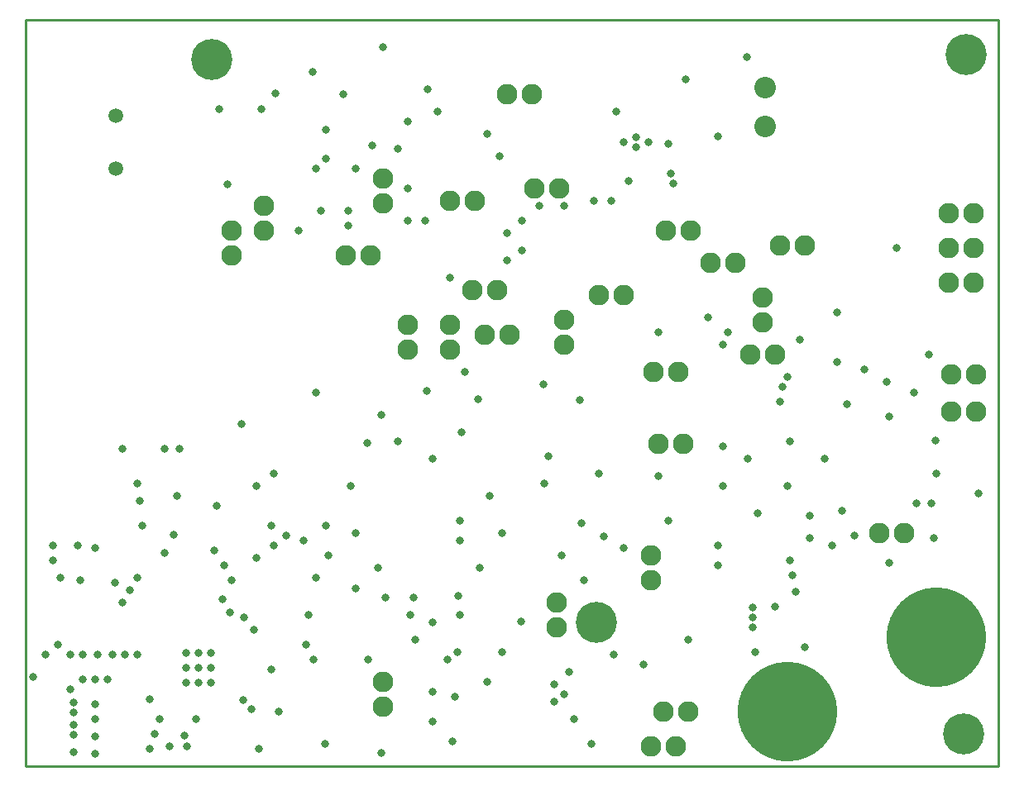
<source format=gbs>
G04*
G04 #@! TF.GenerationSoftware,Altium Limited,Altium Designer,20.1.14 (287)*
G04*
G04 Layer_Color=16711935*
%FSLAX25Y25*%
%MOIN*%
G70*
G04*
G04 #@! TF.SameCoordinates,DFD3654D-5228-4AA8-B9DD-6FAD7AD09D05*
G04*
G04*
G04 #@! TF.FilePolarity,Negative*
G04*
G01*
G75*
%ADD13C,0.01000*%
%ADD119C,0.08300*%
%ADD120C,0.40170*%
%ADD121C,0.16548*%
%ADD122C,0.08674*%
%ADD123C,0.05918*%
%ADD124C,0.03300*%
D13*
X392000D01*
Y301000D01*
X0D02*
X392000D01*
X0Y0D02*
Y301000D01*
D119*
X154000Y178000D02*
D03*
Y168000D02*
D03*
X144000Y34000D02*
D03*
Y24000D02*
D03*
X190000Y192000D02*
D03*
X180000D02*
D03*
X382000Y223000D02*
D03*
X372000D02*
D03*
X382000Y209000D02*
D03*
X372000D02*
D03*
X382000Y195000D02*
D03*
X372000D02*
D03*
X373000Y158000D02*
D03*
X383000D02*
D03*
X314000Y210000D02*
D03*
X304000D02*
D03*
X344000Y94000D02*
D03*
X354000D02*
D03*
X302000Y166000D02*
D03*
X292000D02*
D03*
X373000Y143000D02*
D03*
X383000D02*
D03*
X297000Y189000D02*
D03*
Y179000D02*
D03*
X276000Y203000D02*
D03*
X286000D02*
D03*
X144000Y227000D02*
D03*
Y237000D02*
D03*
X204000Y271000D02*
D03*
X194000D02*
D03*
X139000Y206000D02*
D03*
X129000D02*
D03*
X83000Y216000D02*
D03*
Y206000D02*
D03*
X195000Y174000D02*
D03*
X185000D02*
D03*
X217000Y180000D02*
D03*
Y170000D02*
D03*
X252000Y75000D02*
D03*
Y85000D02*
D03*
X265000Y130000D02*
D03*
X255000D02*
D03*
X257000Y22000D02*
D03*
X267000D02*
D03*
X252000Y8000D02*
D03*
X262000D02*
D03*
X215000Y233000D02*
D03*
X205000D02*
D03*
X171000Y168000D02*
D03*
Y178000D02*
D03*
X214000Y56000D02*
D03*
Y66000D02*
D03*
X258000Y216000D02*
D03*
X268000D02*
D03*
X253000Y159000D02*
D03*
X263000D02*
D03*
X96000Y216000D02*
D03*
Y226000D02*
D03*
X241000Y190000D02*
D03*
X231000D02*
D03*
X181000Y228000D02*
D03*
X171000D02*
D03*
D120*
X307000Y22000D02*
D03*
X367000Y52000D02*
D03*
D121*
X379000Y287000D02*
D03*
X75000Y285000D02*
D03*
X378000Y13000D02*
D03*
X230000Y58000D02*
D03*
D122*
X298000Y258000D02*
D03*
Y273748D02*
D03*
D123*
X36441Y240791D02*
D03*
Y262445D02*
D03*
D124*
X231000Y118000D02*
D03*
X294000Y46000D02*
D03*
X314000Y48000D02*
D03*
X348000Y82000D02*
D03*
X329000Y103000D02*
D03*
X327000Y163000D02*
D03*
X305000Y153000D02*
D03*
X304000Y147000D02*
D03*
X307000Y113000D02*
D03*
X316000Y101000D02*
D03*
X327000Y183000D02*
D03*
X358000Y150500D02*
D03*
X348000Y141000D02*
D03*
X117000Y150516D02*
D03*
X87000Y138000D02*
D03*
X351000Y209000D02*
D03*
X338000Y160000D02*
D03*
X384000Y110000D02*
D03*
X364000Y166000D02*
D03*
X366000Y92000D02*
D03*
X365000Y106000D02*
D03*
X347000Y155000D02*
D03*
X312000Y172000D02*
D03*
X275000Y181000D02*
D03*
X116020Y43020D02*
D03*
X293000Y56000D02*
D03*
X331000Y146000D02*
D03*
X322000Y124000D02*
D03*
X307000Y157000D02*
D03*
X367000Y118000D02*
D03*
X366721Y131280D02*
D03*
X359000Y106000D02*
D03*
X254980Y175020D02*
D03*
X308000Y131000D02*
D03*
X281000Y170000D02*
D03*
X209000Y114000D02*
D03*
X187000Y109000D02*
D03*
X283000Y175000D02*
D03*
X241000Y88000D02*
D03*
X233000Y92750D02*
D03*
X216000Y85000D02*
D03*
X293000Y60000D02*
D03*
X334000Y93000D02*
D03*
X316000Y92000D02*
D03*
X309000Y77000D02*
D03*
X278969Y81000D02*
D03*
X279000Y89000D02*
D03*
X281000Y113000D02*
D03*
X255000Y117000D02*
D03*
X131000Y113000D02*
D03*
X93000D02*
D03*
X224000Y98000D02*
D03*
X293000Y64000D02*
D03*
X325000Y89000D02*
D03*
X279000Y254000D02*
D03*
X260000Y239000D02*
D03*
X110000Y216000D02*
D03*
X121000Y245000D02*
D03*
X191000Y245850D02*
D03*
X261000Y235000D02*
D03*
X128000Y271000D02*
D03*
X133000Y241000D02*
D03*
X130000Y224000D02*
D03*
X154000Y233000D02*
D03*
X200000Y219850D02*
D03*
X175000Y61000D02*
D03*
X192000Y46000D02*
D03*
X174000D02*
D03*
X138000Y43000D02*
D03*
X164000Y30000D02*
D03*
X259000Y99000D02*
D03*
X117000Y241000D02*
D03*
X245889Y253504D02*
D03*
Y249504D02*
D03*
X250909Y251504D02*
D03*
X240869D02*
D03*
X164000Y18000D02*
D03*
X69614Y39512D02*
D03*
X74614D02*
D03*
Y33512D02*
D03*
X69614D02*
D03*
X64614D02*
D03*
Y39512D02*
D03*
X69614Y45512D02*
D03*
X74614D02*
D03*
X64614D02*
D03*
X121028Y256720D02*
D03*
X82449Y62000D02*
D03*
X79449Y67250D02*
D03*
X91000Y23000D02*
D03*
X68827Y18850D02*
D03*
X58000Y8000D02*
D03*
X42000Y71000D02*
D03*
X50000Y7000D02*
D03*
X54000Y19000D02*
D03*
X45000Y76000D02*
D03*
X52000Y13000D02*
D03*
X64000Y12250D02*
D03*
X39000Y66000D02*
D03*
X259000Y251000D02*
D03*
X45000Y45000D02*
D03*
X40000D02*
D03*
X35000D02*
D03*
X29000D02*
D03*
X23000D02*
D03*
X18000D02*
D03*
X8000D02*
D03*
X3000Y36000D02*
D03*
X19195Y5500D02*
D03*
Y12500D02*
D03*
Y16500D02*
D03*
Y21500D02*
D03*
Y25500D02*
D03*
X28000Y25000D02*
D03*
X266000Y277000D02*
D03*
X229000Y228000D02*
D03*
X242937Y236000D02*
D03*
X236000Y228000D02*
D03*
X238000Y264000D02*
D03*
X175000Y91000D02*
D03*
X186000Y34000D02*
D03*
X290814Y285924D02*
D03*
X217000Y226000D02*
D03*
X207000D02*
D03*
X166000Y264000D02*
D03*
X162000Y273000D02*
D03*
X139601Y250149D02*
D03*
X115672Y280104D02*
D03*
X100695Y271324D02*
D03*
X95000Y265000D02*
D03*
X78000D02*
D03*
X81413Y234483D02*
D03*
X39000Y128000D02*
D03*
X45000Y114000D02*
D03*
X59722Y93145D02*
D03*
X61000Y109000D02*
D03*
X143389Y141520D02*
D03*
X137536Y130158D02*
D03*
X150000Y131000D02*
D03*
X161809Y151333D02*
D03*
X175582Y134462D02*
D03*
X182296Y147890D02*
D03*
X208807Y154087D02*
D03*
X223268Y147546D02*
D03*
X210529Y124993D02*
D03*
X281000Y129000D02*
D03*
X308000Y83000D02*
D03*
X310378Y70420D02*
D03*
X301942Y64223D02*
D03*
X267000Y51000D02*
D03*
X228000Y9000D02*
D03*
X221000Y19000D02*
D03*
X217000Y29000D02*
D03*
X219000Y38000D02*
D03*
X237000Y45000D02*
D03*
X225000Y75000D02*
D03*
X175000Y99000D02*
D03*
X164000Y124000D02*
D03*
X28000Y5000D02*
D03*
Y12000D02*
D03*
Y19000D02*
D03*
X23000Y35000D02*
D03*
X33000D02*
D03*
X18000Y31000D02*
D03*
X28000Y35000D02*
D03*
X13000Y49000D02*
D03*
X14129Y76012D02*
D03*
X22000Y75000D02*
D03*
X36000Y74000D02*
D03*
X56000Y86000D02*
D03*
X99000Y97000D02*
D03*
X87655Y26449D02*
D03*
X99000Y39000D02*
D03*
X92000Y55000D02*
D03*
X112000Y91000D02*
D03*
X122000Y85000D02*
D03*
X132860Y71473D02*
D03*
X174252Y68568D02*
D03*
X156279Y68024D02*
D03*
X145000Y68000D02*
D03*
X157006Y50958D02*
D03*
X143208Y5390D02*
D03*
X120696Y8839D02*
D03*
X94000Y7000D02*
D03*
X171000Y197000D02*
D03*
X144000Y290000D02*
D03*
X291000Y124000D02*
D03*
X93000Y84000D02*
D03*
X142000Y80000D02*
D03*
X133000Y94000D02*
D03*
X121000Y97000D02*
D03*
X100000Y118000D02*
D03*
X114000Y61000D02*
D03*
X117000Y76000D02*
D03*
X194000Y204000D02*
D03*
X200000Y208000D02*
D03*
X194000Y215000D02*
D03*
X161000Y220000D02*
D03*
X154000D02*
D03*
X172000Y10000D02*
D03*
X150000Y249000D02*
D03*
X154000Y260000D02*
D03*
X186000Y255000D02*
D03*
X155000Y61000D02*
D03*
X164000Y58040D02*
D03*
X213000Y33000D02*
D03*
Y26000D02*
D03*
X249000Y41000D02*
D03*
X105000Y93000D02*
D03*
X100000Y89000D02*
D03*
X113000Y49000D02*
D03*
X173000Y28000D02*
D03*
X170000Y43000D02*
D03*
X199608Y58392D02*
D03*
X183000Y80000D02*
D03*
X80000Y81000D02*
D03*
X83000Y75000D02*
D03*
X76000Y87000D02*
D03*
X130000Y218000D02*
D03*
X119000Y224000D02*
D03*
X177000Y159000D02*
D03*
X102000Y22000D02*
D03*
X65000Y8000D02*
D03*
X77000Y105000D02*
D03*
X192000Y94000D02*
D03*
X295000Y102000D02*
D03*
X88000Y60000D02*
D03*
X62000Y128000D02*
D03*
X56000D02*
D03*
X47150Y97000D02*
D03*
X46000Y107000D02*
D03*
X11000Y83000D02*
D03*
X28000Y88000D02*
D03*
X11000Y89000D02*
D03*
X21000D02*
D03*
X50000Y27000D02*
D03*
M02*

</source>
